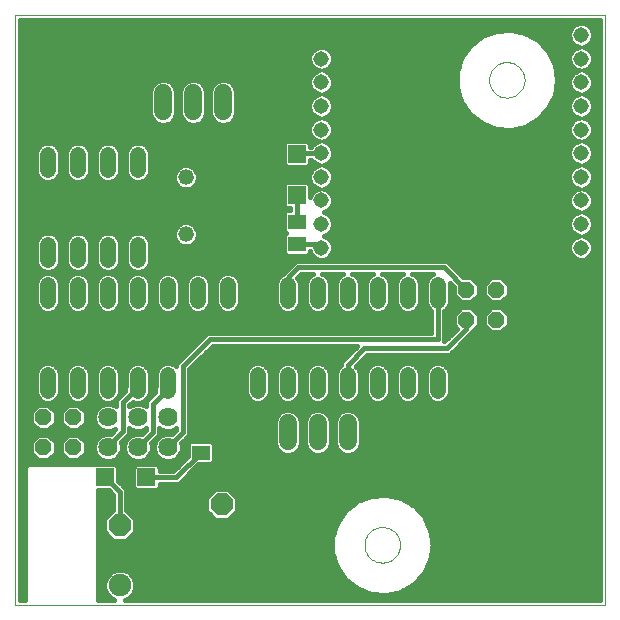
<source format=gtl>
G75*
G70*
%OFA0B0*%
%FSLAX24Y24*%
%IPPOS*%
%LPD*%
%AMOC8*
5,1,8,0,0,1.08239X$1,22.5*
%
%ADD10C,0.0000*%
%ADD11C,0.0640*%
%ADD12C,0.0520*%
%ADD13C,0.0600*%
%ADD14C,0.0515*%
%ADD15C,0.0750*%
%ADD16OC8,0.0750*%
%ADD17C,0.0520*%
%ADD18OC8,0.0560*%
%ADD19R,0.0591X0.0591*%
%ADD20R,0.0591X0.0512*%
%ADD21C,0.0160*%
D10*
X001189Y005227D02*
X001189Y024912D01*
X020874Y024912D01*
X020874Y005227D01*
X001189Y005227D01*
X012848Y007240D02*
X012850Y007288D01*
X012856Y007336D01*
X012866Y007383D01*
X012879Y007429D01*
X012897Y007474D01*
X012917Y007518D01*
X012942Y007560D01*
X012970Y007599D01*
X013000Y007636D01*
X013034Y007670D01*
X013071Y007702D01*
X013109Y007731D01*
X013150Y007756D01*
X013193Y007778D01*
X013238Y007796D01*
X013284Y007810D01*
X013331Y007821D01*
X013379Y007828D01*
X013427Y007831D01*
X013475Y007830D01*
X013523Y007825D01*
X013571Y007816D01*
X013617Y007804D01*
X013662Y007787D01*
X013706Y007767D01*
X013748Y007744D01*
X013788Y007717D01*
X013826Y007687D01*
X013861Y007654D01*
X013893Y007618D01*
X013923Y007580D01*
X013949Y007539D01*
X013971Y007496D01*
X013991Y007452D01*
X014006Y007407D01*
X014018Y007360D01*
X014026Y007312D01*
X014030Y007264D01*
X014030Y007216D01*
X014026Y007168D01*
X014018Y007120D01*
X014006Y007073D01*
X013991Y007028D01*
X013971Y006984D01*
X013949Y006941D01*
X013923Y006900D01*
X013893Y006862D01*
X013861Y006826D01*
X013826Y006793D01*
X013788Y006763D01*
X013748Y006736D01*
X013706Y006713D01*
X013662Y006693D01*
X013617Y006676D01*
X013571Y006664D01*
X013523Y006655D01*
X013475Y006650D01*
X013427Y006649D01*
X013379Y006652D01*
X013331Y006659D01*
X013284Y006670D01*
X013238Y006684D01*
X013193Y006702D01*
X013150Y006724D01*
X013109Y006749D01*
X013071Y006778D01*
X013034Y006810D01*
X013000Y006844D01*
X012970Y006881D01*
X012942Y006920D01*
X012917Y006962D01*
X012897Y007006D01*
X012879Y007051D01*
X012866Y007097D01*
X012856Y007144D01*
X012850Y007192D01*
X012848Y007240D01*
X016998Y022740D02*
X017000Y022788D01*
X017006Y022836D01*
X017016Y022883D01*
X017029Y022929D01*
X017047Y022974D01*
X017067Y023018D01*
X017092Y023060D01*
X017120Y023099D01*
X017150Y023136D01*
X017184Y023170D01*
X017221Y023202D01*
X017259Y023231D01*
X017300Y023256D01*
X017343Y023278D01*
X017388Y023296D01*
X017434Y023310D01*
X017481Y023321D01*
X017529Y023328D01*
X017577Y023331D01*
X017625Y023330D01*
X017673Y023325D01*
X017721Y023316D01*
X017767Y023304D01*
X017812Y023287D01*
X017856Y023267D01*
X017898Y023244D01*
X017938Y023217D01*
X017976Y023187D01*
X018011Y023154D01*
X018043Y023118D01*
X018073Y023080D01*
X018099Y023039D01*
X018121Y022996D01*
X018141Y022952D01*
X018156Y022907D01*
X018168Y022860D01*
X018176Y022812D01*
X018180Y022764D01*
X018180Y022716D01*
X018176Y022668D01*
X018168Y022620D01*
X018156Y022573D01*
X018141Y022528D01*
X018121Y022484D01*
X018099Y022441D01*
X018073Y022400D01*
X018043Y022362D01*
X018011Y022326D01*
X017976Y022293D01*
X017938Y022263D01*
X017898Y022236D01*
X017856Y022213D01*
X017812Y022193D01*
X017767Y022176D01*
X017721Y022164D01*
X017673Y022155D01*
X017625Y022150D01*
X017577Y022149D01*
X017529Y022152D01*
X017481Y022159D01*
X017434Y022170D01*
X017388Y022184D01*
X017343Y022202D01*
X017300Y022224D01*
X017259Y022249D01*
X017221Y022278D01*
X017184Y022310D01*
X017150Y022344D01*
X017120Y022381D01*
X017092Y022420D01*
X017067Y022462D01*
X017047Y022506D01*
X017029Y022551D01*
X017016Y022597D01*
X017006Y022644D01*
X017000Y022692D01*
X016998Y022740D01*
D11*
X006289Y011490D03*
X006289Y010490D03*
X005289Y010490D03*
X005289Y011490D03*
X004289Y011490D03*
X004289Y010490D03*
D12*
X004289Y012380D02*
X004289Y012900D01*
X005289Y012900D02*
X005289Y012380D01*
X006289Y012380D02*
X006289Y012900D01*
X007289Y012900D02*
X007289Y012380D01*
X008289Y012380D02*
X008289Y012900D01*
X009289Y012900D02*
X009289Y012380D01*
X010289Y012380D02*
X010289Y012900D01*
X011289Y012900D02*
X011289Y012380D01*
X012289Y012380D02*
X012289Y012900D01*
X013289Y012900D02*
X013289Y012380D01*
X014289Y012380D02*
X014289Y012900D01*
X015289Y012900D02*
X015289Y012380D01*
X015289Y015380D02*
X015289Y015900D01*
X014289Y015900D02*
X014289Y015380D01*
X013289Y015380D02*
X013289Y015900D01*
X012289Y015900D02*
X012289Y015380D01*
X011289Y015380D02*
X011289Y015900D01*
X010289Y015900D02*
X010289Y015380D01*
X009289Y015380D02*
X009289Y015900D01*
X008289Y015900D02*
X008289Y015380D01*
X007289Y015380D02*
X007289Y015900D01*
X006289Y015900D02*
X006289Y015380D01*
X005289Y015380D02*
X005289Y015900D01*
X005289Y016730D02*
X005289Y017250D01*
X004289Y017250D02*
X004289Y016730D01*
X004289Y015900D02*
X004289Y015380D01*
X003289Y015380D02*
X003289Y015900D01*
X003289Y016730D02*
X003289Y017250D01*
X002289Y017250D02*
X002289Y016730D01*
X002289Y015900D02*
X002289Y015380D01*
X002289Y012900D02*
X002289Y012380D01*
X003289Y012380D02*
X003289Y012900D01*
X003289Y019730D02*
X003289Y020250D01*
X002289Y020250D02*
X002289Y019730D01*
X004289Y019730D02*
X004289Y020250D01*
X005289Y020250D02*
X005289Y019730D01*
D13*
X006139Y021690D02*
X006139Y022290D01*
X007139Y022290D02*
X007139Y021690D01*
X008139Y021690D02*
X008139Y022290D01*
X009139Y022290D02*
X009139Y021690D01*
X009289Y011290D02*
X009289Y010690D01*
X010289Y010690D02*
X010289Y011290D01*
X011289Y011290D02*
X011289Y010690D01*
X012289Y010690D02*
X012289Y011290D01*
D14*
X011409Y017147D03*
X011409Y017934D03*
X011409Y018722D03*
X011409Y019509D03*
X011409Y020296D03*
X011409Y021084D03*
X011409Y021871D03*
X011409Y022659D03*
X011409Y023446D03*
X011409Y024233D03*
X020070Y024233D03*
X020070Y023446D03*
X020070Y022659D03*
X020070Y021871D03*
X020070Y021084D03*
X020070Y020296D03*
X020070Y019509D03*
X020070Y018722D03*
X020070Y017934D03*
X020070Y017147D03*
D15*
X006089Y008590D03*
X004689Y005890D03*
D16*
X004689Y007890D03*
X008089Y008590D03*
D17*
X006889Y017590D03*
X006889Y019490D03*
D18*
X003139Y011490D03*
X003139Y010490D03*
X002139Y010490D03*
X002139Y011490D03*
X016239Y014740D03*
X016239Y015740D03*
X017239Y015740D03*
X017239Y014740D03*
D19*
X010589Y018901D03*
X010589Y020279D03*
X005578Y009490D03*
X004200Y009490D03*
D20*
X007389Y010316D03*
X007389Y011064D03*
X010589Y017266D03*
X010589Y018014D03*
D21*
X010589Y018901D01*
X010369Y018466D02*
X010369Y018410D01*
X010236Y018410D01*
X010154Y018328D01*
X010154Y017700D01*
X010214Y017640D01*
X010154Y017580D01*
X010154Y016952D01*
X010236Y016870D01*
X010943Y016870D01*
X011025Y016952D01*
X011025Y017035D01*
X011072Y016922D01*
X011183Y016810D01*
X011329Y016749D01*
X011488Y016749D01*
X011634Y016810D01*
X011746Y016922D01*
X011806Y017068D01*
X011806Y017226D01*
X011746Y017372D01*
X011634Y017484D01*
X011497Y017540D01*
X011634Y017597D01*
X011746Y017709D01*
X011806Y017855D01*
X011806Y018013D01*
X011746Y018159D01*
X011634Y018271D01*
X011497Y018328D01*
X011634Y018385D01*
X011746Y018496D01*
X011806Y018642D01*
X011806Y018801D01*
X011746Y018947D01*
X011634Y019059D01*
X011497Y019115D01*
X011634Y019172D01*
X011746Y019284D01*
X011806Y019430D01*
X011806Y019588D01*
X011746Y019734D01*
X011634Y019846D01*
X011497Y019903D01*
X011634Y019959D01*
X011746Y020071D01*
X011806Y020217D01*
X011806Y020375D01*
X011746Y020521D01*
X011634Y020633D01*
X011497Y020690D01*
X011634Y020747D01*
X011746Y020859D01*
X011806Y021005D01*
X011806Y021163D01*
X011746Y021309D01*
X011634Y021421D01*
X011497Y021477D01*
X011634Y021534D01*
X011746Y021646D01*
X011806Y021792D01*
X011806Y021950D01*
X011746Y022096D01*
X011634Y022208D01*
X011497Y022265D01*
X011634Y022322D01*
X011746Y022433D01*
X011806Y022579D01*
X011806Y022738D01*
X011746Y022884D01*
X011634Y022996D01*
X011497Y023052D01*
X011634Y023109D01*
X011746Y023221D01*
X011806Y023367D01*
X011806Y023525D01*
X011746Y023671D01*
X011634Y023783D01*
X011488Y023843D01*
X011329Y023843D01*
X011183Y023783D01*
X011072Y023671D01*
X011011Y023525D01*
X011011Y023367D01*
X011072Y023221D01*
X011183Y023109D01*
X011320Y023052D01*
X011183Y022996D01*
X011072Y022884D01*
X011011Y022738D01*
X011011Y022579D01*
X011072Y022433D01*
X011183Y022322D01*
X011320Y022265D01*
X011183Y022208D01*
X011072Y022096D01*
X011011Y021950D01*
X011011Y021792D01*
X011072Y021646D01*
X011183Y021534D01*
X011320Y021477D01*
X011183Y021421D01*
X011072Y021309D01*
X011011Y021163D01*
X011011Y021005D01*
X011072Y020859D01*
X011183Y020747D01*
X011320Y020690D01*
X011183Y020633D01*
X011072Y020521D01*
X011069Y020516D01*
X011025Y020516D01*
X011025Y020632D01*
X010943Y020714D01*
X010236Y020714D01*
X010154Y020632D01*
X010154Y019926D01*
X010236Y019844D01*
X010943Y019844D01*
X011025Y019926D01*
X011025Y020076D01*
X011069Y020076D01*
X011072Y020071D01*
X011183Y019959D01*
X011320Y019903D01*
X011183Y019846D01*
X011072Y019734D01*
X011011Y019588D01*
X011011Y019430D01*
X011072Y019284D01*
X011183Y019172D01*
X011320Y019115D01*
X011183Y019059D01*
X011072Y018947D01*
X011025Y018833D01*
X011025Y019254D01*
X010943Y019336D01*
X010236Y019336D01*
X010154Y019254D01*
X010154Y018548D01*
X010236Y018466D01*
X010369Y018466D01*
X010369Y018413D02*
X001369Y018413D01*
X001369Y018571D02*
X010154Y018571D01*
X010154Y018730D02*
X001369Y018730D01*
X001369Y018888D02*
X010154Y018888D01*
X010154Y019047D02*
X001369Y019047D01*
X001369Y019205D02*
X006608Y019205D01*
X006663Y019151D02*
X006550Y019263D01*
X006489Y019410D01*
X006489Y019570D01*
X006550Y019717D01*
X006663Y019829D01*
X006810Y019890D01*
X006969Y019890D01*
X007116Y019829D01*
X007228Y019717D01*
X007289Y019570D01*
X007289Y019410D01*
X007228Y019263D01*
X007116Y019151D01*
X006969Y019090D01*
X006810Y019090D01*
X006663Y019151D01*
X006509Y019364D02*
X005451Y019364D01*
X005516Y019391D02*
X005628Y019503D01*
X005689Y019650D01*
X005689Y020330D01*
X005628Y020477D01*
X005516Y020589D01*
X005369Y020650D01*
X005210Y020650D01*
X005063Y020589D01*
X004950Y020477D01*
X004889Y020330D01*
X004889Y019650D01*
X004950Y019503D01*
X005063Y019391D01*
X005210Y019330D01*
X005369Y019330D01*
X005516Y019391D01*
X005636Y019523D02*
X006489Y019523D01*
X006535Y019681D02*
X005689Y019681D01*
X005689Y019840D02*
X006688Y019840D01*
X007091Y019840D02*
X011177Y019840D01*
X011145Y019998D02*
X011025Y019998D01*
X011050Y019681D02*
X007243Y019681D01*
X007289Y019523D02*
X011011Y019523D01*
X011038Y019364D02*
X007270Y019364D01*
X007170Y019205D02*
X010154Y019205D01*
X010154Y019998D02*
X005689Y019998D01*
X005689Y020157D02*
X010154Y020157D01*
X010154Y020315D02*
X005689Y020315D01*
X005630Y020474D02*
X010154Y020474D01*
X010154Y020632D02*
X005412Y020632D01*
X005167Y020632D02*
X004412Y020632D01*
X004369Y020650D02*
X004210Y020650D01*
X004063Y020589D01*
X003950Y020477D01*
X003889Y020330D01*
X003889Y019650D01*
X003950Y019503D01*
X004063Y019391D01*
X004210Y019330D01*
X004369Y019330D01*
X004516Y019391D01*
X004628Y019503D01*
X004689Y019650D01*
X004689Y020330D01*
X004628Y020477D01*
X004516Y020589D01*
X004369Y020650D01*
X004167Y020632D02*
X003412Y020632D01*
X003369Y020650D02*
X003210Y020650D01*
X003063Y020589D01*
X002950Y020477D01*
X002889Y020330D01*
X002889Y019650D01*
X002950Y019503D01*
X003063Y019391D01*
X003210Y019330D01*
X003369Y019330D01*
X003516Y019391D01*
X003628Y019503D01*
X003689Y019650D01*
X003689Y020330D01*
X003628Y020477D01*
X003516Y020589D01*
X003369Y020650D01*
X003167Y020632D02*
X002412Y020632D01*
X002369Y020650D02*
X002210Y020650D01*
X002063Y020589D01*
X001950Y020477D01*
X001889Y020330D01*
X001889Y019650D01*
X001950Y019503D01*
X002063Y019391D01*
X002210Y019330D01*
X002369Y019330D01*
X002516Y019391D01*
X002628Y019503D01*
X002689Y019650D01*
X002689Y020330D01*
X002628Y020477D01*
X002516Y020589D01*
X002369Y020650D01*
X002167Y020632D02*
X001369Y020632D01*
X001369Y020474D02*
X001949Y020474D01*
X001889Y020315D02*
X001369Y020315D01*
X001369Y020157D02*
X001889Y020157D01*
X001889Y019998D02*
X001369Y019998D01*
X001369Y019840D02*
X001889Y019840D01*
X001889Y019681D02*
X001369Y019681D01*
X001369Y019523D02*
X001942Y019523D01*
X002128Y019364D02*
X001369Y019364D01*
X001369Y018254D02*
X010154Y018254D01*
X010154Y018096D02*
X001369Y018096D01*
X001369Y017937D02*
X006682Y017937D01*
X006663Y017929D02*
X006550Y017817D01*
X006489Y017670D01*
X006489Y017510D01*
X006550Y017363D01*
X006663Y017251D01*
X006810Y017190D01*
X006969Y017190D01*
X007116Y017251D01*
X007228Y017363D01*
X007289Y017510D01*
X007289Y017670D01*
X007228Y017817D01*
X007116Y017929D01*
X006969Y017990D01*
X006810Y017990D01*
X006663Y017929D01*
X006534Y017779D02*
X001369Y017779D01*
X001369Y017620D02*
X002137Y017620D01*
X002210Y017650D02*
X002063Y017589D01*
X001950Y017477D01*
X001889Y017330D01*
X001889Y016650D01*
X001950Y016503D01*
X002063Y016391D01*
X002210Y016330D01*
X002369Y016330D01*
X002516Y016391D01*
X002628Y016503D01*
X002689Y016650D01*
X002689Y017330D01*
X002628Y017477D01*
X002516Y017589D01*
X002369Y017650D01*
X002210Y017650D01*
X002441Y017620D02*
X003137Y017620D01*
X003210Y017650D02*
X003063Y017589D01*
X002950Y017477D01*
X002889Y017330D01*
X002889Y016650D01*
X002950Y016503D01*
X003063Y016391D01*
X003210Y016330D01*
X003369Y016330D01*
X003516Y016391D01*
X003628Y016503D01*
X003689Y016650D01*
X003689Y017330D01*
X003628Y017477D01*
X003516Y017589D01*
X003369Y017650D01*
X003210Y017650D01*
X003441Y017620D02*
X004137Y017620D01*
X004210Y017650D02*
X004063Y017589D01*
X003950Y017477D01*
X003889Y017330D01*
X003889Y016650D01*
X003950Y016503D01*
X004063Y016391D01*
X004210Y016330D01*
X004369Y016330D01*
X004516Y016391D01*
X004628Y016503D01*
X004689Y016650D01*
X004689Y017330D01*
X004628Y017477D01*
X004516Y017589D01*
X004369Y017650D01*
X004210Y017650D01*
X004441Y017620D02*
X005137Y017620D01*
X005210Y017650D02*
X005063Y017589D01*
X004950Y017477D01*
X004889Y017330D01*
X004889Y016650D01*
X004950Y016503D01*
X005063Y016391D01*
X005210Y016330D01*
X005369Y016330D01*
X005516Y016391D01*
X005628Y016503D01*
X005689Y016650D01*
X005689Y017330D01*
X005628Y017477D01*
X005516Y017589D01*
X005369Y017650D01*
X005210Y017650D01*
X005441Y017620D02*
X006489Y017620D01*
X006510Y017461D02*
X005635Y017461D01*
X005689Y017303D02*
X006611Y017303D01*
X007168Y017303D02*
X010154Y017303D01*
X010154Y017461D02*
X007269Y017461D01*
X007289Y017620D02*
X010194Y017620D01*
X010154Y017779D02*
X007244Y017779D01*
X007097Y017937D02*
X010154Y017937D01*
X010589Y017266D02*
X011289Y017266D01*
X011409Y017147D01*
X011656Y017461D02*
X019823Y017461D01*
X019845Y017484D02*
X019733Y017372D01*
X019673Y017226D01*
X019673Y017068D01*
X019733Y016922D01*
X019845Y016810D01*
X019991Y016749D01*
X020149Y016749D01*
X020295Y016810D01*
X020407Y016922D01*
X020467Y017068D01*
X020467Y017226D01*
X020407Y017372D01*
X020295Y017484D01*
X020158Y017540D01*
X020295Y017597D01*
X020407Y017709D01*
X020467Y017855D01*
X020467Y018013D01*
X020407Y018159D01*
X020295Y018271D01*
X020158Y018328D01*
X020295Y018385D01*
X020407Y018496D01*
X020467Y018642D01*
X020467Y018801D01*
X020407Y018947D01*
X020295Y019059D01*
X020158Y019115D01*
X020295Y019172D01*
X020407Y019284D01*
X020467Y019430D01*
X020467Y019588D01*
X020407Y019734D01*
X020295Y019846D01*
X020158Y019903D01*
X020295Y019959D01*
X020407Y020071D01*
X020467Y020217D01*
X020467Y020375D01*
X020407Y020521D01*
X020295Y020633D01*
X020158Y020690D01*
X020295Y020747D01*
X020407Y020859D01*
X020467Y021005D01*
X020467Y021163D01*
X020407Y021309D01*
X020295Y021421D01*
X020158Y021477D01*
X020295Y021534D01*
X020407Y021646D01*
X020467Y021792D01*
X020467Y021950D01*
X020407Y022096D01*
X020295Y022208D01*
X020158Y022265D01*
X020295Y022322D01*
X020407Y022433D01*
X020467Y022579D01*
X020467Y022738D01*
X020407Y022884D01*
X020295Y022996D01*
X020158Y023052D01*
X020295Y023109D01*
X020407Y023221D01*
X020467Y023367D01*
X020467Y023525D01*
X020407Y023671D01*
X020295Y023783D01*
X020158Y023840D01*
X020295Y023896D01*
X020407Y024008D01*
X020467Y024154D01*
X020467Y024312D01*
X020407Y024459D01*
X020295Y024570D01*
X020149Y024631D01*
X019991Y024631D01*
X019845Y024570D01*
X019733Y024459D01*
X019673Y024312D01*
X019673Y024154D01*
X019733Y024008D01*
X019845Y023896D01*
X019982Y023840D01*
X019845Y023783D01*
X019733Y023671D01*
X019673Y023525D01*
X019673Y023367D01*
X019733Y023221D01*
X019845Y023109D01*
X019982Y023052D01*
X019845Y022996D01*
X019733Y022884D01*
X019673Y022738D01*
X019673Y022579D01*
X019733Y022433D01*
X019845Y022322D01*
X019982Y022265D01*
X019845Y022208D01*
X019733Y022096D01*
X019673Y021950D01*
X019673Y021792D01*
X019733Y021646D01*
X019845Y021534D01*
X019982Y021477D01*
X019845Y021421D01*
X019733Y021309D01*
X019673Y021163D01*
X019673Y021005D01*
X019733Y020859D01*
X019845Y020747D01*
X019982Y020690D01*
X019845Y020633D01*
X019733Y020521D01*
X019673Y020375D01*
X019673Y020217D01*
X019733Y020071D01*
X019845Y019959D01*
X019982Y019903D01*
X019845Y019846D01*
X019733Y019734D01*
X019673Y019588D01*
X019673Y019430D01*
X019733Y019284D01*
X019845Y019172D01*
X019982Y019115D01*
X019845Y019059D01*
X019733Y018947D01*
X019673Y018801D01*
X019673Y018642D01*
X019733Y018496D01*
X019845Y018385D01*
X019982Y018328D01*
X019845Y018271D01*
X019733Y018159D01*
X019673Y018013D01*
X019673Y017855D01*
X019733Y017709D01*
X019845Y017597D01*
X019982Y017540D01*
X019845Y017484D01*
X019822Y017620D02*
X011657Y017620D01*
X011774Y017779D02*
X019704Y017779D01*
X019673Y017937D02*
X011806Y017937D01*
X011772Y018096D02*
X019707Y018096D01*
X019828Y018254D02*
X011651Y018254D01*
X011662Y018413D02*
X019817Y018413D01*
X019702Y018571D02*
X011776Y018571D01*
X011806Y018730D02*
X019673Y018730D01*
X019709Y018888D02*
X011770Y018888D01*
X011645Y019047D02*
X019833Y019047D01*
X019811Y019205D02*
X011667Y019205D01*
X011779Y019364D02*
X019700Y019364D01*
X019673Y019523D02*
X011806Y019523D01*
X011767Y019681D02*
X019711Y019681D01*
X019839Y019840D02*
X011640Y019840D01*
X011672Y019998D02*
X019806Y019998D01*
X019698Y020157D02*
X011781Y020157D01*
X011806Y020315D02*
X019673Y020315D01*
X019713Y020474D02*
X011765Y020474D01*
X011635Y020632D02*
X019844Y020632D01*
X019801Y020791D02*
X011678Y020791D01*
X011783Y020949D02*
X019695Y020949D01*
X019673Y021108D02*
X017904Y021108D01*
X017715Y021065D02*
X018203Y021176D01*
X018637Y021427D01*
X018977Y021794D01*
X019195Y022245D01*
X019269Y022740D01*
X019195Y023235D01*
X018977Y023686D01*
X018977Y023686D01*
X018637Y024054D01*
X018637Y024054D01*
X018203Y024304D01*
X017715Y024415D01*
X017715Y024415D01*
X017215Y024378D01*
X016749Y024195D01*
X016358Y023883D01*
X016358Y023883D01*
X016358Y023883D01*
X016076Y023469D01*
X015928Y022990D01*
X015928Y022490D01*
X015928Y022490D01*
X016076Y022011D01*
X016358Y021597D01*
X016749Y021285D01*
X016749Y021285D01*
X017215Y021102D01*
X017215Y021102D01*
X017715Y021065D01*
X017715Y021065D01*
X017201Y021108D02*
X011806Y021108D01*
X011763Y021267D02*
X016797Y021267D01*
X016574Y021425D02*
X011623Y021425D01*
X011683Y021584D02*
X016375Y021584D01*
X016358Y021597D02*
X016358Y021597D01*
X016358Y021597D01*
X016259Y021742D02*
X011785Y021742D01*
X011806Y021901D02*
X016151Y021901D01*
X016076Y022011D02*
X016076Y022011D01*
X016061Y022059D02*
X011761Y022059D01*
X011610Y022218D02*
X016012Y022218D01*
X015963Y022376D02*
X011688Y022376D01*
X011788Y022535D02*
X015928Y022535D01*
X015928Y022693D02*
X011806Y022693D01*
X011759Y022852D02*
X015928Y022852D01*
X015928Y022990D02*
X015928Y022990D01*
X015934Y023011D02*
X011598Y023011D01*
X011694Y023169D02*
X015983Y023169D01*
X016032Y023328D02*
X011790Y023328D01*
X011806Y023486D02*
X016087Y023486D01*
X016076Y023469D02*
X016076Y023469D01*
X016195Y023645D02*
X011756Y023645D01*
X011585Y023803D02*
X016304Y023803D01*
X016457Y023962D02*
X001369Y023962D01*
X001369Y024120D02*
X016656Y024120D01*
X016749Y024195D02*
X016749Y024195D01*
X016963Y024279D02*
X001369Y024279D01*
X001369Y024437D02*
X019724Y024437D01*
X019673Y024279D02*
X018246Y024279D01*
X018203Y024304D02*
X018203Y024304D01*
X018521Y024120D02*
X019687Y024120D01*
X019779Y023962D02*
X018722Y023962D01*
X018869Y023803D02*
X019894Y023803D01*
X019722Y023645D02*
X018997Y023645D01*
X019074Y023486D02*
X019673Y023486D01*
X019689Y023328D02*
X019150Y023328D01*
X019195Y023235D02*
X019195Y023235D01*
X019205Y023169D02*
X019785Y023169D01*
X019881Y023011D02*
X019229Y023011D01*
X019252Y022852D02*
X019720Y022852D01*
X019673Y022693D02*
X019262Y022693D01*
X019238Y022535D02*
X019691Y022535D01*
X019790Y022376D02*
X019214Y022376D01*
X019195Y022245D02*
X019195Y022245D01*
X019182Y022218D02*
X019868Y022218D01*
X019718Y022059D02*
X019105Y022059D01*
X019029Y021901D02*
X019673Y021901D01*
X019693Y021742D02*
X018929Y021742D01*
X018977Y021794D02*
X018977Y021794D01*
X018782Y021584D02*
X019795Y021584D01*
X019855Y021425D02*
X018634Y021425D01*
X018637Y021427D02*
X018637Y021427D01*
X018637Y021427D01*
X018359Y021267D02*
X019716Y021267D01*
X020285Y021425D02*
X020694Y021425D01*
X020694Y021267D02*
X020424Y021267D01*
X020467Y021108D02*
X020694Y021108D01*
X020694Y020949D02*
X020445Y020949D01*
X020339Y020791D02*
X020694Y020791D01*
X020694Y020632D02*
X020296Y020632D01*
X020427Y020474D02*
X020694Y020474D01*
X020694Y020315D02*
X020467Y020315D01*
X020442Y020157D02*
X020694Y020157D01*
X020694Y019998D02*
X020334Y019998D01*
X020301Y019840D02*
X020694Y019840D01*
X020694Y019681D02*
X020429Y019681D01*
X020467Y019523D02*
X020694Y019523D01*
X020694Y019364D02*
X020440Y019364D01*
X020329Y019205D02*
X020694Y019205D01*
X020694Y019047D02*
X020307Y019047D01*
X020431Y018888D02*
X020694Y018888D01*
X020694Y018730D02*
X020467Y018730D01*
X020438Y018571D02*
X020694Y018571D01*
X020694Y018413D02*
X020323Y018413D01*
X020312Y018254D02*
X020694Y018254D01*
X020694Y018096D02*
X020433Y018096D01*
X020467Y017937D02*
X020694Y017937D01*
X020694Y017779D02*
X020436Y017779D01*
X020318Y017620D02*
X020694Y017620D01*
X020694Y017461D02*
X020317Y017461D01*
X020436Y017303D02*
X020694Y017303D01*
X020694Y017144D02*
X020467Y017144D01*
X020434Y016986D02*
X020694Y016986D01*
X020694Y016827D02*
X020313Y016827D01*
X020694Y016669D02*
X015622Y016669D01*
X015580Y016710D02*
X015398Y016710D01*
X010548Y016710D01*
X010419Y016581D01*
X010119Y016281D01*
X010119Y016263D01*
X010063Y016239D01*
X009950Y016127D01*
X009889Y015980D01*
X009889Y015300D01*
X009950Y015153D01*
X010063Y015041D01*
X010210Y014980D01*
X010369Y014980D01*
X010516Y015041D01*
X010628Y015153D01*
X010689Y015300D01*
X010689Y015980D01*
X010628Y016127D01*
X010608Y016147D01*
X010730Y016270D01*
X011137Y016270D01*
X011063Y016239D01*
X010950Y016127D01*
X010889Y015980D01*
X010889Y015300D01*
X010950Y015153D01*
X011063Y015041D01*
X011210Y014980D01*
X011369Y014980D01*
X011516Y015041D01*
X011628Y015153D01*
X011689Y015300D01*
X011689Y015980D01*
X011628Y016127D01*
X011516Y016239D01*
X011441Y016270D01*
X012137Y016270D01*
X012063Y016239D01*
X011950Y016127D01*
X011889Y015980D01*
X011889Y015300D01*
X011950Y015153D01*
X012063Y015041D01*
X012210Y014980D01*
X012369Y014980D01*
X012516Y015041D01*
X012628Y015153D01*
X012689Y015300D01*
X012689Y015980D01*
X012628Y016127D01*
X012516Y016239D01*
X012441Y016270D01*
X013137Y016270D01*
X013063Y016239D01*
X012950Y016127D01*
X012889Y015980D01*
X012889Y015300D01*
X012950Y015153D01*
X013063Y015041D01*
X013210Y014980D01*
X013369Y014980D01*
X013516Y015041D01*
X013628Y015153D01*
X013689Y015300D01*
X013689Y015980D01*
X013628Y016127D01*
X013516Y016239D01*
X013441Y016270D01*
X014137Y016270D01*
X014063Y016239D01*
X013950Y016127D01*
X013889Y015980D01*
X013889Y015300D01*
X013950Y015153D01*
X014063Y015041D01*
X014210Y014980D01*
X014369Y014980D01*
X014516Y015041D01*
X014628Y015153D01*
X014689Y015300D01*
X014689Y015980D01*
X014628Y016127D01*
X014516Y016239D01*
X014441Y016270D01*
X015137Y016270D01*
X015063Y016239D01*
X014950Y016127D01*
X014889Y015980D01*
X014889Y015300D01*
X014950Y015153D01*
X015063Y015041D01*
X015069Y015038D01*
X015069Y014310D01*
X007780Y014310D01*
X007598Y014310D01*
X006698Y013410D01*
X006569Y013281D01*
X006569Y013186D01*
X006516Y013239D01*
X006369Y013300D01*
X006210Y013300D01*
X006063Y013239D01*
X005950Y013127D01*
X005889Y012980D01*
X005889Y012551D01*
X005869Y012531D01*
X005869Y012331D01*
X005569Y012031D01*
X005569Y011861D01*
X005550Y011880D01*
X005381Y011950D01*
X005198Y011950D01*
X005029Y011880D01*
X005009Y011861D01*
X005009Y011899D01*
X005125Y012015D01*
X005210Y011980D01*
X005369Y011980D01*
X005516Y012041D01*
X005628Y012153D01*
X005689Y012300D01*
X005689Y012980D01*
X005628Y013127D01*
X005516Y013239D01*
X005369Y013300D01*
X005210Y013300D01*
X005063Y013239D01*
X004950Y013127D01*
X004889Y012980D01*
X004889Y012551D01*
X004869Y012531D01*
X004869Y012381D01*
X004698Y012210D01*
X004569Y012081D01*
X004569Y011861D01*
X004550Y011880D01*
X004381Y011950D01*
X004198Y011950D01*
X004029Y011880D01*
X003899Y011751D01*
X003829Y011582D01*
X003829Y011399D01*
X003899Y011229D01*
X004029Y011100D01*
X004198Y011030D01*
X004381Y011030D01*
X004530Y011092D01*
X004386Y010948D01*
X004381Y010950D01*
X004198Y010950D01*
X004029Y010880D01*
X003899Y010751D01*
X003829Y010582D01*
X003829Y010399D01*
X003899Y010229D01*
X004029Y010100D01*
X004198Y010030D01*
X004381Y010030D01*
X004550Y010100D01*
X004679Y010229D01*
X004749Y010399D01*
X004749Y010582D01*
X004718Y010657D01*
X005009Y010949D01*
X005009Y011120D01*
X005029Y011100D01*
X005198Y011030D01*
X005381Y011030D01*
X005550Y011100D01*
X005569Y011120D01*
X005569Y011081D01*
X005421Y010933D01*
X005381Y010950D01*
X005198Y010950D01*
X005029Y010880D01*
X004899Y010751D01*
X004829Y010582D01*
X004829Y010399D01*
X004899Y010229D01*
X005029Y010100D01*
X005198Y010030D01*
X005381Y010030D01*
X005550Y010100D01*
X005679Y010229D01*
X005749Y010399D01*
X005749Y010582D01*
X005732Y010622D01*
X006009Y010899D01*
X006009Y011081D01*
X006009Y011120D01*
X006029Y011100D01*
X006198Y011030D01*
X006381Y011030D01*
X006550Y011100D01*
X006569Y011120D01*
X006569Y011081D01*
X006421Y010933D01*
X006381Y010950D01*
X006198Y010950D01*
X006029Y010880D01*
X005899Y010751D01*
X005829Y010582D01*
X005829Y010399D01*
X005899Y010229D01*
X006029Y010100D01*
X006198Y010030D01*
X006381Y010030D01*
X006550Y010100D01*
X006679Y010229D01*
X006749Y010399D01*
X006749Y010582D01*
X006732Y010622D01*
X006880Y010770D01*
X007009Y010899D01*
X007009Y013099D01*
X007780Y013870D01*
X012608Y013870D01*
X012069Y013331D01*
X012069Y013242D01*
X012063Y013239D01*
X011950Y013127D01*
X011889Y012980D01*
X011889Y012300D01*
X011950Y012153D01*
X012063Y012041D01*
X012210Y011980D01*
X012369Y011980D01*
X012516Y012041D01*
X012628Y012153D01*
X012689Y012300D01*
X012689Y012980D01*
X012628Y013127D01*
X012558Y013197D01*
X012930Y013570D01*
X015498Y013570D01*
X015680Y013570D01*
X016330Y014220D01*
X016459Y014349D01*
X016459Y014366D01*
X016659Y014566D01*
X016659Y014914D01*
X016413Y015160D01*
X016065Y015160D01*
X015819Y014914D01*
X015819Y014566D01*
X015937Y014449D01*
X015509Y014021D01*
X015509Y014181D01*
X015509Y015038D01*
X015516Y015041D01*
X015628Y015153D01*
X015689Y015300D01*
X015689Y015979D01*
X015819Y015849D01*
X015819Y015566D01*
X016065Y015320D01*
X016413Y015320D01*
X016659Y015566D01*
X016659Y015914D01*
X016413Y016160D01*
X016130Y016160D01*
X015580Y016710D01*
X015489Y016490D02*
X016239Y015740D01*
X015819Y015718D02*
X015689Y015718D01*
X015689Y015876D02*
X015792Y015876D01*
X015826Y015559D02*
X015689Y015559D01*
X015689Y015400D02*
X015985Y015400D01*
X015989Y015083D02*
X015558Y015083D01*
X015509Y014925D02*
X015830Y014925D01*
X015819Y014766D02*
X015509Y014766D01*
X015509Y014608D02*
X015819Y014608D01*
X015936Y014449D02*
X015509Y014449D01*
X015509Y014291D02*
X015779Y014291D01*
X015620Y014132D02*
X015509Y014132D01*
X015289Y014090D02*
X007689Y014090D01*
X006789Y013190D01*
X006789Y010990D01*
X006289Y010490D01*
X006618Y010169D02*
X006931Y010169D01*
X006954Y010192D02*
X006472Y009710D01*
X006014Y009710D01*
X006014Y009843D01*
X005932Y009925D01*
X005225Y009925D01*
X005143Y009843D01*
X005143Y009137D01*
X005225Y009055D01*
X005932Y009055D01*
X006014Y009137D01*
X006014Y009270D01*
X006472Y009270D01*
X006654Y009270D01*
X007304Y009920D01*
X007743Y009920D01*
X007825Y010002D01*
X007825Y010630D01*
X007743Y010712D01*
X007036Y010712D01*
X006954Y010630D01*
X006954Y010192D01*
X006954Y010327D02*
X006720Y010327D01*
X006749Y010486D02*
X006954Y010486D01*
X006968Y010644D02*
X006754Y010644D01*
X006913Y010803D02*
X009849Y010803D01*
X009849Y010961D02*
X007009Y010961D01*
X007009Y011120D02*
X009849Y011120D01*
X009849Y011278D02*
X007009Y011278D01*
X007009Y011437D02*
X009874Y011437D01*
X009849Y011378D02*
X009849Y010603D01*
X009916Y010441D01*
X010040Y010317D01*
X010202Y010250D01*
X010377Y010250D01*
X010539Y010317D01*
X010662Y010441D01*
X010729Y010603D01*
X010729Y011378D01*
X010662Y011539D01*
X010539Y011663D01*
X010377Y011730D01*
X010202Y011730D01*
X010040Y011663D01*
X009916Y011539D01*
X009849Y011378D01*
X009972Y011595D02*
X007009Y011595D01*
X007009Y011754D02*
X020694Y011754D01*
X020694Y011912D02*
X007009Y011912D01*
X007009Y012071D02*
X009033Y012071D01*
X009063Y012041D02*
X009210Y011980D01*
X009369Y011980D01*
X009516Y012041D01*
X009628Y012153D01*
X009689Y012300D01*
X009689Y012980D01*
X009628Y013127D01*
X009516Y013239D01*
X009369Y013300D01*
X009210Y013300D01*
X009063Y013239D01*
X008950Y013127D01*
X008889Y012980D01*
X008889Y012300D01*
X008950Y012153D01*
X009063Y012041D01*
X008919Y012230D02*
X007009Y012230D01*
X007009Y012388D02*
X008889Y012388D01*
X008889Y012547D02*
X007009Y012547D01*
X007009Y012705D02*
X008889Y012705D01*
X008889Y012864D02*
X007009Y012864D01*
X007009Y013022D02*
X008907Y013022D01*
X009004Y013181D02*
X007091Y013181D01*
X007250Y013339D02*
X012078Y013339D01*
X012004Y013181D02*
X011574Y013181D01*
X011628Y013127D02*
X011516Y013239D01*
X011369Y013300D01*
X011210Y013300D01*
X011063Y013239D01*
X010950Y013127D01*
X010889Y012980D01*
X010889Y012300D01*
X010950Y012153D01*
X011063Y012041D01*
X011210Y011980D01*
X011369Y011980D01*
X011516Y012041D01*
X011628Y012153D01*
X011689Y012300D01*
X011689Y012980D01*
X011628Y013127D01*
X011672Y013022D02*
X011907Y013022D01*
X011889Y012864D02*
X011689Y012864D01*
X011689Y012705D02*
X011889Y012705D01*
X011889Y012547D02*
X011689Y012547D01*
X011689Y012388D02*
X011889Y012388D01*
X011919Y012230D02*
X011660Y012230D01*
X011546Y012071D02*
X012033Y012071D01*
X012202Y011730D02*
X012040Y011663D01*
X011916Y011539D01*
X011849Y011378D01*
X011849Y010603D01*
X011916Y010441D01*
X012040Y010317D01*
X012202Y010250D01*
X012377Y010250D01*
X012539Y010317D01*
X012662Y010441D01*
X012729Y010603D01*
X012729Y011378D01*
X012662Y011539D01*
X012539Y011663D01*
X012377Y011730D01*
X012202Y011730D01*
X011972Y011595D02*
X011606Y011595D01*
X011662Y011539D02*
X011539Y011663D01*
X011377Y011730D01*
X011202Y011730D01*
X011040Y011663D01*
X010916Y011539D01*
X010849Y011378D01*
X010849Y010603D01*
X010916Y010441D01*
X011040Y010317D01*
X011202Y010250D01*
X011377Y010250D01*
X011539Y010317D01*
X011662Y010441D01*
X011729Y010603D01*
X011729Y011378D01*
X011662Y011539D01*
X011705Y011437D02*
X011874Y011437D01*
X011849Y011278D02*
X011729Y011278D01*
X011729Y011120D02*
X011849Y011120D01*
X011849Y010961D02*
X011729Y010961D01*
X011729Y010803D02*
X011849Y010803D01*
X011849Y010644D02*
X011729Y010644D01*
X011681Y010486D02*
X011898Y010486D01*
X012030Y010327D02*
X011549Y010327D01*
X011030Y010327D02*
X010549Y010327D01*
X010681Y010486D02*
X010898Y010486D01*
X010849Y010644D02*
X010729Y010644D01*
X010729Y010803D02*
X010849Y010803D01*
X010849Y010961D02*
X010729Y010961D01*
X010729Y011120D02*
X010849Y011120D01*
X010849Y011278D02*
X010729Y011278D01*
X010705Y011437D02*
X010874Y011437D01*
X010972Y011595D02*
X010606Y011595D01*
X010369Y011980D02*
X010210Y011980D01*
X010063Y012041D01*
X009950Y012153D01*
X009889Y012300D01*
X009889Y012980D01*
X009950Y013127D01*
X010063Y013239D01*
X010210Y013300D01*
X010369Y013300D01*
X010516Y013239D01*
X010628Y013127D01*
X010689Y012980D01*
X010689Y012300D01*
X010628Y012153D01*
X010516Y012041D01*
X010369Y011980D01*
X010546Y012071D02*
X011033Y012071D01*
X010919Y012230D02*
X010660Y012230D01*
X010689Y012388D02*
X010889Y012388D01*
X010889Y012547D02*
X010689Y012547D01*
X010689Y012705D02*
X010889Y012705D01*
X010889Y012864D02*
X010689Y012864D01*
X010672Y013022D02*
X010907Y013022D01*
X011004Y013181D02*
X010574Y013181D01*
X010004Y013181D02*
X009574Y013181D01*
X009672Y013022D02*
X009907Y013022D01*
X009889Y012864D02*
X009689Y012864D01*
X009689Y012705D02*
X009889Y012705D01*
X009889Y012547D02*
X009689Y012547D01*
X009689Y012388D02*
X009889Y012388D01*
X009919Y012230D02*
X009660Y012230D01*
X009546Y012071D02*
X010033Y012071D01*
X009849Y010644D02*
X007810Y010644D01*
X007825Y010486D02*
X009898Y010486D01*
X010030Y010327D02*
X007825Y010327D01*
X007825Y010169D02*
X020694Y010169D01*
X020694Y010327D02*
X012549Y010327D01*
X012681Y010486D02*
X020694Y010486D01*
X020694Y010644D02*
X012729Y010644D01*
X012729Y010803D02*
X020694Y010803D01*
X020694Y010961D02*
X012729Y010961D01*
X012729Y011120D02*
X020694Y011120D01*
X020694Y011278D02*
X012729Y011278D01*
X012705Y011437D02*
X020694Y011437D01*
X020694Y011595D02*
X012606Y011595D01*
X012546Y012071D02*
X013033Y012071D01*
X013063Y012041D02*
X012950Y012153D01*
X012889Y012300D01*
X012889Y012980D01*
X012950Y013127D01*
X013063Y013239D01*
X013210Y013300D01*
X013369Y013300D01*
X013516Y013239D01*
X013628Y013127D01*
X013689Y012980D01*
X013689Y012300D01*
X013628Y012153D01*
X013516Y012041D01*
X013369Y011980D01*
X013210Y011980D01*
X013063Y012041D01*
X012919Y012230D02*
X012660Y012230D01*
X012689Y012388D02*
X012889Y012388D01*
X012889Y012547D02*
X012689Y012547D01*
X012689Y012705D02*
X012889Y012705D01*
X012889Y012864D02*
X012689Y012864D01*
X012672Y013022D02*
X012907Y013022D01*
X013004Y013181D02*
X012574Y013181D01*
X012700Y013339D02*
X020694Y013339D01*
X020694Y013181D02*
X015574Y013181D01*
X015628Y013127D02*
X015516Y013239D01*
X015369Y013300D01*
X015210Y013300D01*
X015063Y013239D01*
X014950Y013127D01*
X014889Y012980D01*
X014889Y012300D01*
X014950Y012153D01*
X015063Y012041D01*
X015210Y011980D01*
X015369Y011980D01*
X015516Y012041D01*
X015628Y012153D01*
X015689Y012300D01*
X015689Y012980D01*
X015628Y013127D01*
X015672Y013022D02*
X020694Y013022D01*
X020694Y012864D02*
X015689Y012864D01*
X015689Y012705D02*
X020694Y012705D01*
X020694Y012547D02*
X015689Y012547D01*
X015689Y012388D02*
X020694Y012388D01*
X020694Y012230D02*
X015660Y012230D01*
X015546Y012071D02*
X020694Y012071D01*
X020694Y013498D02*
X012858Y013498D01*
X012839Y013790D02*
X015589Y013790D01*
X016239Y014440D01*
X016239Y014740D01*
X016401Y014291D02*
X020694Y014291D01*
X020694Y014449D02*
X017542Y014449D01*
X017659Y014566D02*
X017413Y014320D01*
X017065Y014320D01*
X016819Y014566D01*
X016819Y014914D01*
X017065Y015160D01*
X017413Y015160D01*
X017659Y014914D01*
X017659Y014566D01*
X017659Y014608D02*
X020694Y014608D01*
X020694Y014766D02*
X017659Y014766D01*
X017648Y014925D02*
X020694Y014925D01*
X020694Y015083D02*
X017490Y015083D01*
X017413Y015320D02*
X017659Y015566D01*
X017659Y015914D01*
X017413Y016160D01*
X017065Y016160D01*
X016819Y015914D01*
X016819Y015566D01*
X017065Y015320D01*
X017413Y015320D01*
X017494Y015400D02*
X020694Y015400D01*
X020694Y015242D02*
X015665Y015242D01*
X015289Y015640D02*
X015289Y014090D01*
X015069Y014449D02*
X001369Y014449D01*
X001369Y014291D02*
X007579Y014291D01*
X007420Y014132D02*
X001369Y014132D01*
X001369Y013974D02*
X007262Y013974D01*
X007103Y013815D02*
X001369Y013815D01*
X001369Y013656D02*
X006945Y013656D01*
X006786Y013498D02*
X001369Y013498D01*
X001369Y013339D02*
X006627Y013339D01*
X006289Y012640D02*
X006089Y012440D01*
X006089Y012240D01*
X005789Y011940D01*
X005789Y010990D01*
X005289Y010490D01*
X004960Y010169D02*
X004618Y010169D01*
X004720Y010327D02*
X004859Y010327D01*
X004829Y010486D02*
X004749Y010486D01*
X004723Y010644D02*
X004855Y010644D01*
X004863Y010803D02*
X004951Y010803D01*
X005009Y010961D02*
X005449Y010961D01*
X005754Y010644D02*
X005855Y010644D01*
X005829Y010486D02*
X005749Y010486D01*
X005720Y010327D02*
X005859Y010327D01*
X005960Y010169D02*
X005618Y010169D01*
X006005Y009851D02*
X006614Y009851D01*
X006772Y010010D02*
X001369Y010010D01*
X001369Y010169D02*
X001867Y010169D01*
X001965Y010070D02*
X001719Y010316D01*
X001719Y010664D01*
X001965Y010910D01*
X002313Y010910D01*
X002559Y010664D01*
X002559Y010316D01*
X002313Y010070D01*
X001965Y010070D01*
X001756Y009950D02*
X001623Y009950D01*
X001529Y009856D01*
X001529Y005407D01*
X001369Y005407D01*
X001369Y024732D01*
X020694Y024732D01*
X020694Y005407D01*
X004869Y005407D01*
X004981Y005453D01*
X005126Y005598D01*
X005204Y005788D01*
X005204Y005993D01*
X005126Y006182D01*
X004981Y006327D01*
X004792Y006405D01*
X004587Y006405D01*
X004398Y006327D01*
X004253Y006182D01*
X004174Y005993D01*
X004174Y005788D01*
X004253Y005598D01*
X004398Y005453D01*
X004510Y005407D01*
X003949Y005407D01*
X003949Y009055D01*
X004324Y009055D01*
X004469Y008910D01*
X004469Y008398D01*
X004174Y008103D01*
X004174Y007677D01*
X004476Y007375D01*
X004903Y007375D01*
X005204Y007677D01*
X005204Y008103D01*
X004909Y008398D01*
X004909Y009092D01*
X004780Y009221D01*
X004636Y009366D01*
X004636Y009843D01*
X004554Y009925D01*
X003880Y009925D01*
X003856Y009950D01*
X003723Y009950D01*
X001756Y009950D01*
X001529Y009851D02*
X001369Y009851D01*
X001369Y009693D02*
X001529Y009693D01*
X001529Y009534D02*
X001369Y009534D01*
X001369Y009376D02*
X001529Y009376D01*
X001529Y009217D02*
X001369Y009217D01*
X001369Y009059D02*
X001529Y009059D01*
X001529Y008900D02*
X001369Y008900D01*
X001369Y008742D02*
X001529Y008742D01*
X001529Y008583D02*
X001369Y008583D01*
X001369Y008425D02*
X001529Y008425D01*
X001529Y008266D02*
X001369Y008266D01*
X001369Y008107D02*
X001529Y008107D01*
X001529Y007949D02*
X001369Y007949D01*
X001369Y007790D02*
X001529Y007790D01*
X001529Y007632D02*
X001369Y007632D01*
X001369Y007473D02*
X001529Y007473D01*
X001529Y007315D02*
X001369Y007315D01*
X001369Y007156D02*
X001529Y007156D01*
X001529Y006998D02*
X001369Y006998D01*
X001369Y006839D02*
X001529Y006839D01*
X001529Y006681D02*
X001369Y006681D01*
X001369Y006522D02*
X001529Y006522D01*
X001529Y006363D02*
X001369Y006363D01*
X001369Y006205D02*
X001529Y006205D01*
X001529Y006046D02*
X001369Y006046D01*
X001369Y005888D02*
X001529Y005888D01*
X001529Y005729D02*
X001369Y005729D01*
X001369Y005571D02*
X001529Y005571D01*
X001529Y005412D02*
X001369Y005412D01*
X003949Y005412D02*
X004497Y005412D01*
X004280Y005571D02*
X003949Y005571D01*
X003949Y005729D02*
X004198Y005729D01*
X004174Y005888D02*
X003949Y005888D01*
X003949Y006046D02*
X004197Y006046D01*
X004276Y006205D02*
X003949Y006205D01*
X003949Y006363D02*
X004486Y006363D01*
X004892Y006363D02*
X012026Y006363D01*
X011926Y006511D02*
X012208Y006097D01*
X012599Y005785D01*
X012599Y005785D01*
X013065Y005602D01*
X013065Y005602D01*
X013565Y005565D01*
X014053Y005676D01*
X014487Y005927D01*
X014827Y006294D01*
X015045Y006745D01*
X015119Y007240D01*
X015045Y007735D01*
X014827Y008186D01*
X014827Y008186D01*
X014487Y008554D01*
X014487Y008554D01*
X014053Y008804D01*
X013565Y008915D01*
X013565Y008915D01*
X013065Y008878D01*
X012599Y008695D01*
X012208Y008383D01*
X012208Y008383D01*
X012208Y008383D01*
X011926Y007969D01*
X011778Y007490D01*
X011778Y006990D01*
X011778Y006990D01*
X011926Y006511D01*
X011926Y006511D01*
X011922Y006522D02*
X003949Y006522D01*
X003949Y006681D02*
X011873Y006681D01*
X011824Y006839D02*
X003949Y006839D01*
X003949Y006998D02*
X011778Y006998D01*
X011778Y007156D02*
X003949Y007156D01*
X003949Y007315D02*
X011778Y007315D01*
X011778Y007473D02*
X005001Y007473D01*
X005159Y007632D02*
X011822Y007632D01*
X011778Y007490D02*
X011778Y007490D01*
X011871Y007790D02*
X005204Y007790D01*
X005204Y007949D02*
X011919Y007949D01*
X011926Y007969D02*
X011926Y007969D01*
X012020Y008107D02*
X008335Y008107D01*
X008303Y008075D02*
X008604Y008377D01*
X008604Y008803D01*
X008303Y009105D01*
X007876Y009105D01*
X007574Y008803D01*
X007574Y008377D01*
X007876Y008075D01*
X008303Y008075D01*
X008493Y008266D02*
X012128Y008266D01*
X012260Y008425D02*
X008604Y008425D01*
X008604Y008583D02*
X012459Y008583D01*
X012599Y008695D02*
X012599Y008695D01*
X012718Y008742D02*
X008604Y008742D01*
X008507Y008900D02*
X013362Y008900D01*
X013631Y008900D02*
X020694Y008900D01*
X020694Y008742D02*
X014161Y008742D01*
X014053Y008804D02*
X014053Y008804D01*
X014436Y008583D02*
X020694Y008583D01*
X020694Y008425D02*
X014606Y008425D01*
X014754Y008266D02*
X020694Y008266D01*
X020694Y008107D02*
X014865Y008107D01*
X014942Y007949D02*
X020694Y007949D01*
X020694Y007790D02*
X015018Y007790D01*
X015045Y007735D02*
X015045Y007735D01*
X015060Y007632D02*
X020694Y007632D01*
X020694Y007473D02*
X015084Y007473D01*
X015108Y007315D02*
X020694Y007315D01*
X020694Y007156D02*
X015107Y007156D01*
X015083Y006998D02*
X020694Y006998D01*
X020694Y006839D02*
X015059Y006839D01*
X015045Y006745D02*
X015045Y006745D01*
X015014Y006681D02*
X020694Y006681D01*
X020694Y006522D02*
X014937Y006522D01*
X014861Y006363D02*
X020694Y006363D01*
X020694Y006205D02*
X014745Y006205D01*
X014827Y006294D02*
X014827Y006294D01*
X014598Y006046D02*
X020694Y006046D01*
X020694Y005888D02*
X014420Y005888D01*
X014487Y005927D02*
X014487Y005927D01*
X014487Y005927D01*
X014145Y005729D02*
X020694Y005729D01*
X020694Y005571D02*
X013591Y005571D01*
X013565Y005565D02*
X013565Y005565D01*
X013485Y005571D02*
X005098Y005571D01*
X005180Y005729D02*
X012742Y005729D01*
X012470Y005888D02*
X005204Y005888D01*
X005182Y006046D02*
X012272Y006046D01*
X012208Y006097D02*
X012208Y006097D01*
X012208Y006097D01*
X012134Y006205D02*
X005103Y006205D01*
X004881Y005412D02*
X020694Y005412D01*
X020694Y009059D02*
X008349Y009059D01*
X007830Y009059D02*
X005935Y009059D01*
X006014Y009217D02*
X020694Y009217D01*
X020694Y009376D02*
X006760Y009376D01*
X006919Y009534D02*
X020694Y009534D01*
X020694Y009693D02*
X007077Y009693D01*
X007236Y009851D02*
X020694Y009851D01*
X020694Y010010D02*
X007825Y010010D01*
X007389Y010316D02*
X006563Y009490D01*
X005578Y009490D01*
X005143Y009534D02*
X004636Y009534D01*
X004636Y009376D02*
X005143Y009376D01*
X005143Y009217D02*
X004784Y009217D01*
X004909Y009059D02*
X005221Y009059D01*
X004909Y008900D02*
X007671Y008900D01*
X007574Y008742D02*
X004909Y008742D01*
X004909Y008583D02*
X007574Y008583D01*
X007574Y008425D02*
X004909Y008425D01*
X005042Y008266D02*
X007685Y008266D01*
X007844Y008107D02*
X005200Y008107D01*
X004689Y007890D02*
X004689Y009001D01*
X004200Y009490D01*
X004636Y009693D02*
X005143Y009693D01*
X005151Y009851D02*
X004627Y009851D01*
X004289Y010490D02*
X004289Y010540D01*
X004789Y011040D01*
X004789Y011990D01*
X005089Y012290D01*
X005089Y012440D01*
X005289Y012640D01*
X005004Y013181D02*
X004574Y013181D01*
X004628Y013127D02*
X004516Y013239D01*
X004369Y013300D01*
X004210Y013300D01*
X004063Y013239D01*
X003950Y013127D01*
X003889Y012980D01*
X003889Y012300D01*
X003950Y012153D01*
X004063Y012041D01*
X004210Y011980D01*
X004369Y011980D01*
X004516Y012041D01*
X004628Y012153D01*
X004689Y012300D01*
X004689Y012980D01*
X004628Y013127D01*
X004672Y013022D02*
X004907Y013022D01*
X004889Y012864D02*
X004689Y012864D01*
X004689Y012705D02*
X004889Y012705D01*
X004885Y012547D02*
X004689Y012547D01*
X004689Y012388D02*
X004869Y012388D01*
X004718Y012230D02*
X004660Y012230D01*
X004569Y012071D02*
X004546Y012071D01*
X004569Y011912D02*
X004471Y011912D01*
X004107Y011912D02*
X001369Y011912D01*
X001369Y011754D02*
X001809Y011754D01*
X001719Y011664D02*
X001719Y011316D01*
X001965Y011070D01*
X002313Y011070D01*
X002559Y011316D01*
X002559Y011664D01*
X002313Y011910D01*
X001965Y011910D01*
X001719Y011664D01*
X001719Y011595D02*
X001369Y011595D01*
X001369Y011437D02*
X001719Y011437D01*
X001757Y011278D02*
X001369Y011278D01*
X001369Y011120D02*
X001916Y011120D01*
X001858Y010803D02*
X001369Y010803D01*
X001369Y010961D02*
X004399Y010961D01*
X004009Y011120D02*
X003363Y011120D01*
X003313Y011070D02*
X003559Y011316D01*
X003559Y011664D01*
X003313Y011910D01*
X002965Y011910D01*
X002719Y011664D01*
X002719Y011316D01*
X002965Y011070D01*
X003313Y011070D01*
X003313Y010910D02*
X002965Y010910D01*
X002719Y010664D01*
X002719Y010316D01*
X002965Y010070D01*
X003313Y010070D01*
X003559Y010316D01*
X003559Y010664D01*
X003313Y010910D01*
X003421Y010803D02*
X003951Y010803D01*
X003855Y010644D02*
X003559Y010644D01*
X003559Y010486D02*
X003829Y010486D01*
X003859Y010327D02*
X003559Y010327D01*
X003412Y010169D02*
X003960Y010169D01*
X003879Y011278D02*
X003521Y011278D01*
X003559Y011437D02*
X003829Y011437D01*
X003835Y011595D02*
X003559Y011595D01*
X003469Y011754D02*
X003903Y011754D01*
X004033Y012071D02*
X003546Y012071D01*
X003516Y012041D02*
X003628Y012153D01*
X003689Y012300D01*
X003689Y012980D01*
X003628Y013127D01*
X003516Y013239D01*
X003369Y013300D01*
X003210Y013300D01*
X003063Y013239D01*
X002950Y013127D01*
X002889Y012980D01*
X002889Y012300D01*
X002950Y012153D01*
X003063Y012041D01*
X003210Y011980D01*
X003369Y011980D01*
X003516Y012041D01*
X003660Y012230D02*
X003919Y012230D01*
X003889Y012388D02*
X003689Y012388D01*
X003689Y012547D02*
X003889Y012547D01*
X003889Y012705D02*
X003689Y012705D01*
X003689Y012864D02*
X003889Y012864D01*
X003907Y013022D02*
X003672Y013022D01*
X003574Y013181D02*
X004004Y013181D01*
X003004Y013181D02*
X002574Y013181D01*
X002628Y013127D02*
X002516Y013239D01*
X002369Y013300D01*
X002210Y013300D01*
X002063Y013239D01*
X001950Y013127D01*
X001889Y012980D01*
X001889Y012300D01*
X001950Y012153D01*
X002063Y012041D01*
X002210Y011980D01*
X002369Y011980D01*
X002516Y012041D01*
X002628Y012153D01*
X002689Y012300D01*
X002689Y012980D01*
X002628Y013127D01*
X002672Y013022D02*
X002907Y013022D01*
X002889Y012864D02*
X002689Y012864D01*
X002689Y012705D02*
X002889Y012705D01*
X002889Y012547D02*
X002689Y012547D01*
X002689Y012388D02*
X002889Y012388D01*
X002919Y012230D02*
X002660Y012230D01*
X002546Y012071D02*
X003033Y012071D01*
X002809Y011754D02*
X002469Y011754D01*
X002559Y011595D02*
X002719Y011595D01*
X002719Y011437D02*
X002559Y011437D01*
X002521Y011278D02*
X002757Y011278D01*
X002916Y011120D02*
X002363Y011120D01*
X002421Y010803D02*
X002858Y010803D01*
X002719Y010644D02*
X002559Y010644D01*
X002559Y010486D02*
X002719Y010486D01*
X002719Y010327D02*
X002559Y010327D01*
X002412Y010169D02*
X002867Y010169D01*
X001719Y010327D02*
X001369Y010327D01*
X001369Y010486D02*
X001719Y010486D01*
X001719Y010644D02*
X001369Y010644D01*
X001369Y012071D02*
X002033Y012071D01*
X001919Y012230D02*
X001369Y012230D01*
X001369Y012388D02*
X001889Y012388D01*
X001889Y012547D02*
X001369Y012547D01*
X001369Y012705D02*
X001889Y012705D01*
X001889Y012864D02*
X001369Y012864D01*
X001369Y013022D02*
X001907Y013022D01*
X002004Y013181D02*
X001369Y013181D01*
X001369Y014608D02*
X015069Y014608D01*
X015069Y014766D02*
X001369Y014766D01*
X001369Y014925D02*
X015069Y014925D01*
X015020Y015083D02*
X014558Y015083D01*
X014665Y015242D02*
X014914Y015242D01*
X014889Y015400D02*
X014689Y015400D01*
X014689Y015559D02*
X014889Y015559D01*
X014889Y015718D02*
X014689Y015718D01*
X014689Y015876D02*
X014889Y015876D01*
X014912Y016035D02*
X014666Y016035D01*
X014562Y016193D02*
X015017Y016193D01*
X015489Y016490D02*
X010639Y016490D01*
X010339Y016190D01*
X010339Y015690D01*
X010289Y015640D01*
X010666Y016035D02*
X010912Y016035D01*
X010889Y015876D02*
X010689Y015876D01*
X010689Y015718D02*
X010889Y015718D01*
X010889Y015559D02*
X010689Y015559D01*
X010689Y015400D02*
X010889Y015400D01*
X010914Y015242D02*
X010665Y015242D01*
X010558Y015083D02*
X011020Y015083D01*
X011558Y015083D02*
X012020Y015083D01*
X011914Y015242D02*
X011665Y015242D01*
X011689Y015400D02*
X011889Y015400D01*
X011889Y015559D02*
X011689Y015559D01*
X011689Y015718D02*
X011889Y015718D01*
X011889Y015876D02*
X011689Y015876D01*
X011666Y016035D02*
X011912Y016035D01*
X012017Y016193D02*
X011562Y016193D01*
X011651Y016827D02*
X019827Y016827D01*
X019706Y016986D02*
X011772Y016986D01*
X011806Y017144D02*
X019673Y017144D01*
X019704Y017303D02*
X011774Y017303D01*
X011166Y016827D02*
X005689Y016827D01*
X005689Y016669D02*
X010507Y016669D01*
X010348Y016510D02*
X005631Y016510D01*
X005421Y016352D02*
X010190Y016352D01*
X010017Y016193D02*
X008562Y016193D01*
X008516Y016239D02*
X008628Y016127D01*
X008689Y015980D01*
X008689Y015300D01*
X008628Y015153D01*
X008516Y015041D01*
X008369Y014980D01*
X008210Y014980D01*
X008063Y015041D01*
X007950Y015153D01*
X007889Y015300D01*
X007889Y015980D01*
X007950Y016127D01*
X008063Y016239D01*
X008210Y016300D01*
X008369Y016300D01*
X008516Y016239D01*
X008666Y016035D02*
X009912Y016035D01*
X009889Y015876D02*
X008689Y015876D01*
X008689Y015718D02*
X009889Y015718D01*
X009889Y015559D02*
X008689Y015559D01*
X008689Y015400D02*
X009889Y015400D01*
X009914Y015242D02*
X008665Y015242D01*
X008558Y015083D02*
X010020Y015083D01*
X010653Y016193D02*
X011017Y016193D01*
X011025Y016986D02*
X011045Y016986D01*
X010154Y016986D02*
X005689Y016986D01*
X005689Y017144D02*
X010154Y017144D01*
X011025Y018888D02*
X011047Y018888D01*
X011025Y019047D02*
X011172Y019047D01*
X011150Y019205D02*
X011025Y019205D01*
X011409Y020296D02*
X010607Y020296D01*
X010589Y020279D01*
X011024Y020632D02*
X011182Y020632D01*
X011139Y020791D02*
X001369Y020791D01*
X001369Y020949D02*
X011034Y020949D01*
X011011Y021108D02*
X001369Y021108D01*
X001369Y021267D02*
X006012Y021267D01*
X006052Y021250D02*
X006227Y021250D01*
X006389Y021317D01*
X006512Y021441D01*
X006579Y021603D01*
X006579Y022378D01*
X006512Y022539D01*
X006389Y022663D01*
X006227Y022730D01*
X006052Y022730D01*
X005890Y022663D01*
X005766Y022539D01*
X005699Y022378D01*
X005699Y021603D01*
X005766Y021441D01*
X005890Y021317D01*
X006052Y021250D01*
X006267Y021267D02*
X007012Y021267D01*
X007052Y021250D02*
X007227Y021250D01*
X007389Y021317D01*
X007512Y021441D01*
X007579Y021603D01*
X007579Y022378D01*
X007512Y022539D01*
X007389Y022663D01*
X007227Y022730D01*
X007052Y022730D01*
X006890Y022663D01*
X006766Y022539D01*
X006699Y022378D01*
X006699Y021603D01*
X006766Y021441D01*
X006890Y021317D01*
X007052Y021250D01*
X007267Y021267D02*
X008012Y021267D01*
X008052Y021250D02*
X008227Y021250D01*
X008389Y021317D01*
X008512Y021441D01*
X008579Y021603D01*
X008579Y022378D01*
X008512Y022539D01*
X008389Y022663D01*
X008227Y022730D01*
X008052Y022730D01*
X007890Y022663D01*
X007766Y022539D01*
X007699Y022378D01*
X007699Y021603D01*
X007766Y021441D01*
X007890Y021317D01*
X008052Y021250D01*
X008267Y021267D02*
X011054Y021267D01*
X011194Y021425D02*
X008497Y021425D01*
X008571Y021584D02*
X011134Y021584D01*
X011032Y021742D02*
X008579Y021742D01*
X008579Y021901D02*
X011011Y021901D01*
X011056Y022059D02*
X008579Y022059D01*
X008579Y022218D02*
X011207Y022218D01*
X011129Y022376D02*
X008579Y022376D01*
X008514Y022535D02*
X011030Y022535D01*
X011011Y022693D02*
X008315Y022693D01*
X007963Y022693D02*
X007315Y022693D01*
X007514Y022535D02*
X007764Y022535D01*
X007699Y022376D02*
X007579Y022376D01*
X007579Y022218D02*
X007699Y022218D01*
X007699Y022059D02*
X007579Y022059D01*
X007579Y021901D02*
X007699Y021901D01*
X007699Y021742D02*
X007579Y021742D01*
X007571Y021584D02*
X007707Y021584D01*
X007782Y021425D02*
X007497Y021425D01*
X006782Y021425D02*
X006497Y021425D01*
X006571Y021584D02*
X006707Y021584D01*
X006699Y021742D02*
X006579Y021742D01*
X006579Y021901D02*
X006699Y021901D01*
X006699Y022059D02*
X006579Y022059D01*
X006579Y022218D02*
X006699Y022218D01*
X006699Y022376D02*
X006579Y022376D01*
X006514Y022535D02*
X006764Y022535D01*
X006963Y022693D02*
X006315Y022693D01*
X005963Y022693D02*
X001369Y022693D01*
X001369Y022535D02*
X005764Y022535D01*
X005699Y022376D02*
X001369Y022376D01*
X001369Y022218D02*
X005699Y022218D01*
X005699Y022059D02*
X001369Y022059D01*
X001369Y021901D02*
X005699Y021901D01*
X005699Y021742D02*
X001369Y021742D01*
X001369Y021584D02*
X005707Y021584D01*
X005782Y021425D02*
X001369Y021425D01*
X001369Y022852D02*
X011059Y022852D01*
X011220Y023011D02*
X001369Y023011D01*
X001369Y023169D02*
X011123Y023169D01*
X011027Y023328D02*
X001369Y023328D01*
X001369Y023486D02*
X011011Y023486D01*
X011061Y023645D02*
X001369Y023645D01*
X001369Y023803D02*
X011232Y023803D01*
X007516Y016239D02*
X007369Y016300D01*
X007210Y016300D01*
X007063Y016239D01*
X006950Y016127D01*
X006889Y015980D01*
X006889Y015300D01*
X006950Y015153D01*
X007063Y015041D01*
X007210Y014980D01*
X007369Y014980D01*
X007516Y015041D01*
X007628Y015153D01*
X007689Y015300D01*
X007689Y015980D01*
X007628Y016127D01*
X007516Y016239D01*
X007562Y016193D02*
X008017Y016193D01*
X007912Y016035D02*
X007666Y016035D01*
X007689Y015876D02*
X007889Y015876D01*
X007889Y015718D02*
X007689Y015718D01*
X007689Y015559D02*
X007889Y015559D01*
X007889Y015400D02*
X007689Y015400D01*
X007665Y015242D02*
X007914Y015242D01*
X008020Y015083D02*
X007558Y015083D01*
X007020Y015083D02*
X006558Y015083D01*
X006516Y015041D02*
X006628Y015153D01*
X006689Y015300D01*
X006689Y015980D01*
X006628Y016127D01*
X006516Y016239D01*
X006369Y016300D01*
X006210Y016300D01*
X006063Y016239D01*
X005950Y016127D01*
X005889Y015980D01*
X005889Y015300D01*
X005950Y015153D01*
X006063Y015041D01*
X006210Y014980D01*
X006369Y014980D01*
X006516Y015041D01*
X006665Y015242D02*
X006914Y015242D01*
X006889Y015400D02*
X006689Y015400D01*
X006689Y015559D02*
X006889Y015559D01*
X006889Y015718D02*
X006689Y015718D01*
X006689Y015876D02*
X006889Y015876D01*
X006912Y016035D02*
X006666Y016035D01*
X006562Y016193D02*
X007017Y016193D01*
X006017Y016193D02*
X005562Y016193D01*
X005516Y016239D02*
X005628Y016127D01*
X005689Y015980D01*
X005689Y015300D01*
X005628Y015153D01*
X005516Y015041D01*
X005369Y014980D01*
X005210Y014980D01*
X005063Y015041D01*
X004950Y015153D01*
X004889Y015300D01*
X004889Y015980D01*
X004950Y016127D01*
X005063Y016239D01*
X005210Y016300D01*
X005369Y016300D01*
X005516Y016239D01*
X005666Y016035D02*
X005912Y016035D01*
X005889Y015876D02*
X005689Y015876D01*
X005689Y015718D02*
X005889Y015718D01*
X005889Y015559D02*
X005689Y015559D01*
X005689Y015400D02*
X005889Y015400D01*
X005914Y015242D02*
X005665Y015242D01*
X005558Y015083D02*
X006020Y015083D01*
X005157Y016352D02*
X004421Y016352D01*
X004369Y016300D02*
X004210Y016300D01*
X004063Y016239D01*
X003950Y016127D01*
X003889Y015980D01*
X003889Y015300D01*
X003950Y015153D01*
X004063Y015041D01*
X004210Y014980D01*
X004369Y014980D01*
X004516Y015041D01*
X004628Y015153D01*
X004689Y015300D01*
X004689Y015980D01*
X004628Y016127D01*
X004516Y016239D01*
X004369Y016300D01*
X004157Y016352D02*
X003421Y016352D01*
X003369Y016300D02*
X003516Y016239D01*
X003628Y016127D01*
X003689Y015980D01*
X003689Y015300D01*
X003628Y015153D01*
X003516Y015041D01*
X003369Y014980D01*
X003210Y014980D01*
X003063Y015041D01*
X002950Y015153D01*
X002889Y015300D01*
X002889Y015980D01*
X002950Y016127D01*
X003063Y016239D01*
X003210Y016300D01*
X003369Y016300D01*
X003157Y016352D02*
X002421Y016352D01*
X002369Y016300D02*
X002210Y016300D01*
X002063Y016239D01*
X001950Y016127D01*
X001889Y015980D01*
X001889Y015300D01*
X001950Y015153D01*
X002063Y015041D01*
X002210Y014980D01*
X002369Y014980D01*
X002516Y015041D01*
X002628Y015153D01*
X002689Y015300D01*
X002689Y015980D01*
X002628Y016127D01*
X002516Y016239D01*
X002369Y016300D01*
X002157Y016352D02*
X001369Y016352D01*
X001369Y016510D02*
X001947Y016510D01*
X001889Y016669D02*
X001369Y016669D01*
X001369Y016827D02*
X001889Y016827D01*
X001889Y016986D02*
X001369Y016986D01*
X001369Y017144D02*
X001889Y017144D01*
X001889Y017303D02*
X001369Y017303D01*
X001369Y017461D02*
X001944Y017461D01*
X002635Y017461D02*
X002944Y017461D01*
X002889Y017303D02*
X002689Y017303D01*
X002689Y017144D02*
X002889Y017144D01*
X002889Y016986D02*
X002689Y016986D01*
X002689Y016827D02*
X002889Y016827D01*
X002889Y016669D02*
X002689Y016669D01*
X002631Y016510D02*
X002947Y016510D01*
X003017Y016193D02*
X002562Y016193D01*
X002666Y016035D02*
X002912Y016035D01*
X002889Y015876D02*
X002689Y015876D01*
X002689Y015718D02*
X002889Y015718D01*
X002889Y015559D02*
X002689Y015559D01*
X002689Y015400D02*
X002889Y015400D01*
X002914Y015242D02*
X002665Y015242D01*
X002558Y015083D02*
X003020Y015083D01*
X003558Y015083D02*
X004020Y015083D01*
X003914Y015242D02*
X003665Y015242D01*
X003689Y015400D02*
X003889Y015400D01*
X003889Y015559D02*
X003689Y015559D01*
X003689Y015718D02*
X003889Y015718D01*
X003889Y015876D02*
X003689Y015876D01*
X003666Y016035D02*
X003912Y016035D01*
X004017Y016193D02*
X003562Y016193D01*
X003631Y016510D02*
X003947Y016510D01*
X003889Y016669D02*
X003689Y016669D01*
X003689Y016827D02*
X003889Y016827D01*
X003889Y016986D02*
X003689Y016986D01*
X003689Y017144D02*
X003889Y017144D01*
X003889Y017303D02*
X003689Y017303D01*
X003635Y017461D02*
X003944Y017461D01*
X004635Y017461D02*
X004944Y017461D01*
X004889Y017303D02*
X004689Y017303D01*
X004689Y017144D02*
X004889Y017144D01*
X004889Y016986D02*
X004689Y016986D01*
X004689Y016827D02*
X004889Y016827D01*
X004889Y016669D02*
X004689Y016669D01*
X004631Y016510D02*
X004947Y016510D01*
X005017Y016193D02*
X004562Y016193D01*
X004666Y016035D02*
X004912Y016035D01*
X004889Y015876D02*
X004689Y015876D01*
X004689Y015718D02*
X004889Y015718D01*
X004889Y015559D02*
X004689Y015559D01*
X004689Y015400D02*
X004889Y015400D01*
X004914Y015242D02*
X004665Y015242D01*
X004558Y015083D02*
X005020Y015083D01*
X005574Y013181D02*
X006004Y013181D01*
X005907Y013022D02*
X005672Y013022D01*
X005689Y012864D02*
X005889Y012864D01*
X005889Y012705D02*
X005689Y012705D01*
X005689Y012547D02*
X005885Y012547D01*
X005869Y012388D02*
X005689Y012388D01*
X005660Y012230D02*
X005768Y012230D01*
X005609Y012071D02*
X005546Y012071D01*
X005569Y011912D02*
X005471Y011912D01*
X005107Y011912D02*
X005023Y011912D01*
X005913Y010803D02*
X005951Y010803D01*
X006009Y010961D02*
X006449Y010961D01*
X007408Y013498D02*
X012236Y013498D01*
X012395Y013656D02*
X007567Y013656D01*
X007725Y013815D02*
X012553Y013815D01*
X012839Y013790D02*
X012289Y013240D01*
X012289Y012640D01*
X013546Y012071D02*
X014033Y012071D01*
X014063Y012041D02*
X014210Y011980D01*
X014369Y011980D01*
X014516Y012041D01*
X014628Y012153D01*
X014689Y012300D01*
X014689Y012980D01*
X014628Y013127D01*
X014516Y013239D01*
X014369Y013300D01*
X014210Y013300D01*
X014063Y013239D01*
X013950Y013127D01*
X013889Y012980D01*
X013889Y012300D01*
X013950Y012153D01*
X014063Y012041D01*
X013919Y012230D02*
X013660Y012230D01*
X013689Y012388D02*
X013889Y012388D01*
X013889Y012547D02*
X013689Y012547D01*
X013689Y012705D02*
X013889Y012705D01*
X013889Y012864D02*
X013689Y012864D01*
X013672Y013022D02*
X013907Y013022D01*
X014004Y013181D02*
X013574Y013181D01*
X014574Y013181D02*
X015004Y013181D01*
X014907Y013022D02*
X014672Y013022D01*
X014689Y012864D02*
X014889Y012864D01*
X014889Y012705D02*
X014689Y012705D01*
X014689Y012547D02*
X014889Y012547D01*
X014889Y012388D02*
X014689Y012388D01*
X014660Y012230D02*
X014919Y012230D01*
X015033Y012071D02*
X014546Y012071D01*
X015767Y013656D02*
X020694Y013656D01*
X020694Y013815D02*
X015925Y013815D01*
X016084Y013974D02*
X020694Y013974D01*
X020694Y014132D02*
X016242Y014132D01*
X016542Y014449D02*
X016936Y014449D01*
X016819Y014608D02*
X016659Y014608D01*
X016659Y014766D02*
X016819Y014766D01*
X016830Y014925D02*
X016648Y014925D01*
X016490Y015083D02*
X016989Y015083D01*
X016985Y015400D02*
X016494Y015400D01*
X016652Y015559D02*
X016826Y015559D01*
X016819Y015718D02*
X016659Y015718D01*
X016659Y015876D02*
X016819Y015876D01*
X016940Y016035D02*
X016539Y016035D01*
X016097Y016193D02*
X020694Y016193D01*
X020694Y016035D02*
X017539Y016035D01*
X017659Y015876D02*
X020694Y015876D01*
X020694Y015718D02*
X017659Y015718D01*
X017652Y015559D02*
X020694Y015559D01*
X020694Y016352D02*
X015939Y016352D01*
X015780Y016510D02*
X020694Y016510D01*
X018203Y021176D02*
X018203Y021176D01*
X020272Y022218D02*
X020694Y022218D01*
X020694Y022376D02*
X020350Y022376D01*
X020449Y022535D02*
X020694Y022535D01*
X020694Y022693D02*
X020467Y022693D01*
X020420Y022852D02*
X020694Y022852D01*
X020694Y023011D02*
X020259Y023011D01*
X020355Y023169D02*
X020694Y023169D01*
X020694Y023328D02*
X020451Y023328D01*
X020467Y023486D02*
X020694Y023486D01*
X020694Y023645D02*
X020418Y023645D01*
X020246Y023803D02*
X020694Y023803D01*
X020694Y023962D02*
X020360Y023962D01*
X020453Y024120D02*
X020694Y024120D01*
X020694Y024279D02*
X020467Y024279D01*
X020416Y024437D02*
X020694Y024437D01*
X020694Y024596D02*
X020233Y024596D01*
X019907Y024596D02*
X001369Y024596D01*
X002630Y020474D02*
X002949Y020474D01*
X002889Y020315D02*
X002689Y020315D01*
X002689Y020157D02*
X002889Y020157D01*
X002889Y019998D02*
X002689Y019998D01*
X002689Y019840D02*
X002889Y019840D01*
X002889Y019681D02*
X002689Y019681D01*
X002636Y019523D02*
X002942Y019523D01*
X003128Y019364D02*
X002451Y019364D01*
X003451Y019364D02*
X004128Y019364D01*
X003942Y019523D02*
X003636Y019523D01*
X003689Y019681D02*
X003889Y019681D01*
X003889Y019840D02*
X003689Y019840D01*
X003689Y019998D02*
X003889Y019998D01*
X003889Y020157D02*
X003689Y020157D01*
X003689Y020315D02*
X003889Y020315D01*
X003949Y020474D02*
X003630Y020474D01*
X004451Y019364D02*
X005128Y019364D01*
X004942Y019523D02*
X004636Y019523D01*
X004689Y019681D02*
X004889Y019681D01*
X004889Y019840D02*
X004689Y019840D01*
X004689Y019998D02*
X004889Y019998D01*
X004889Y020157D02*
X004689Y020157D01*
X004689Y020315D02*
X004889Y020315D01*
X004949Y020474D02*
X004630Y020474D01*
X002017Y016193D02*
X001369Y016193D01*
X001369Y016035D02*
X001912Y016035D01*
X001889Y015876D02*
X001369Y015876D01*
X001369Y015718D02*
X001889Y015718D01*
X001889Y015559D02*
X001369Y015559D01*
X001369Y015400D02*
X001889Y015400D01*
X001914Y015242D02*
X001369Y015242D01*
X001369Y015083D02*
X002020Y015083D01*
X003949Y008900D02*
X004469Y008900D01*
X004469Y008742D02*
X003949Y008742D01*
X003949Y008583D02*
X004469Y008583D01*
X004469Y008425D02*
X003949Y008425D01*
X003949Y008266D02*
X004337Y008266D01*
X004178Y008107D02*
X003949Y008107D01*
X003949Y007949D02*
X004174Y007949D01*
X004174Y007790D02*
X003949Y007790D01*
X003949Y007632D02*
X004219Y007632D01*
X004378Y007473D02*
X003949Y007473D01*
X012558Y015083D02*
X013020Y015083D01*
X012914Y015242D02*
X012665Y015242D01*
X012689Y015400D02*
X012889Y015400D01*
X012889Y015559D02*
X012689Y015559D01*
X012689Y015718D02*
X012889Y015718D01*
X012889Y015876D02*
X012689Y015876D01*
X012666Y016035D02*
X012912Y016035D01*
X013017Y016193D02*
X012562Y016193D01*
X013562Y016193D02*
X014017Y016193D01*
X013912Y016035D02*
X013666Y016035D01*
X013689Y015876D02*
X013889Y015876D01*
X013889Y015718D02*
X013689Y015718D01*
X013689Y015559D02*
X013889Y015559D01*
X013889Y015400D02*
X013689Y015400D01*
X013665Y015242D02*
X013914Y015242D01*
X014020Y015083D02*
X013558Y015083D01*
X013065Y008878D02*
X013065Y008878D01*
X014053Y005676D02*
X014053Y005676D01*
X020345Y021584D02*
X020694Y021584D01*
X020694Y021742D02*
X020447Y021742D01*
X020467Y021901D02*
X020694Y021901D01*
X020694Y022059D02*
X020422Y022059D01*
X017215Y024378D02*
X017215Y024378D01*
M02*

</source>
